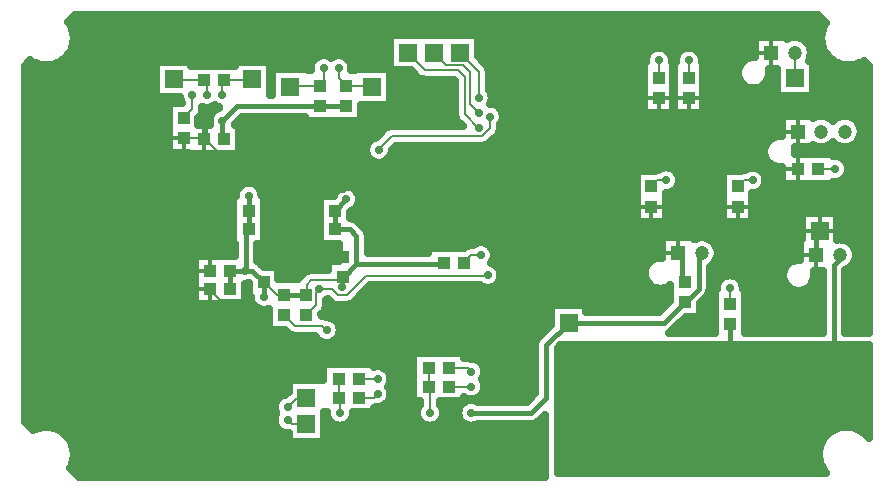
<source format=gbr>
G04 DipTrace 3.2.0.0*
G04 Science_board_v2_Bottom.gbr*
%MOMM*%
G04 #@! TF.FileFunction,Copper,L2,Bot*
G04 #@! TF.Part,Single*
G04 #@! TA.AperFunction,Conductor*
%ADD13C,0.4*%
%ADD14C,0.2*%
G04 #@! TA.AperFunction,CopperBalancing*
%ADD16C,0.635*%
%ADD17C,0.3*%
%ADD18R,1.5X1.5*%
%ADD19R,1.0X1.1*%
%ADD20R,1.1X1.0*%
G04 #@! TA.AperFunction,ComponentPad*
%ADD28R,1.2X1.2*%
%ADD29C,1.2*%
G04 #@! TA.AperFunction,ViaPad*
%ADD47C,0.7*%
%ADD48C,1.6*%
%FSLAX35Y35*%
G04*
G71*
G90*
G75*
G01*
G04 Bottom*
%LPD*%
X6645250Y3714750D2*
D14*
X6645173D1*
Y3498343D1*
X2147500Y1647750D2*
D13*
Y1774750D1*
X2808707Y1729840D2*
Y1808233D1*
X2818737Y1818263D1*
X1861750Y1711250D2*
Y1870000D1*
X1988750D1*
X6096000Y1417500D2*
Y1174750D1*
X5533400D1*
X5501650Y1143000D1*
X7026250Y2000250D2*
Y1968060D1*
X6973470Y1915280D1*
Y1226720D1*
X6889750Y1143000D1*
X5501650D1*
X1798250Y3140000D2*
Y2992500D1*
X1809500Y2981250D1*
X6858000Y1111250D2*
X6508750D1*
X6477000Y1143000D1*
X2846000Y2473250D2*
X2750750Y2378000D1*
X2020500Y2505000D2*
Y2378000D1*
Y2219250D1*
X2623750Y3267000D2*
X1925250D1*
X1798250Y3140000D1*
X2846000Y3267000D2*
X2623750D1*
X2818737Y1818263D2*
D14*
Y1789337D1*
X2549673D1*
X2511523Y1751187D1*
Y1666053D1*
X2508420D1*
D13*
X2317920D1*
D14*
X2256197D1*
X2147500Y1774750D1*
X2818737Y1818263D2*
D13*
Y1811737D1*
X2933030Y1926030D1*
Y2163753D1*
X2877533Y2219250D1*
X2750750D1*
X2020500D2*
X2000250D1*
Y1881500D1*
X1988750Y1870000D1*
X2750750Y2378000D2*
Y2219250D1*
X1988750Y1870000D2*
X2052250D1*
X2147500Y1774750D1*
X6731000Y889000D2*
D14*
X6985000D1*
Y635000D1*
X3670671Y1938878D2*
D13*
Y1926030D1*
X2933030D1*
X5856867Y2018013D2*
X5829773Y1990920D1*
Y1718013D1*
X5719760Y1608000D1*
X5715000D1*
X3544750Y889000D2*
D14*
Y1047750D1*
X2782750Y793750D2*
Y952500D1*
X3556000Y666750D2*
Y877750D1*
X3544750Y889000D1*
X2794000Y666750D2*
Y782500D1*
X2782750Y793750D1*
X4730750Y1428750D2*
D13*
X4540250Y1238250D1*
Y793750D1*
X4413250Y666750D1*
X3905250D1*
X4730750Y1428750D2*
X5535750D1*
X5715000Y1608000D1*
X2508250Y571500D2*
D14*
X2385110D1*
X2349500Y607110D1*
Y603250D1*
X2508250Y793750D2*
X2429266D1*
X2349500Y713984D1*
X1671250Y3358760D2*
Y3448270D1*
X1639500Y3480020D1*
X1394730D1*
X1385500Y3489250D1*
X1798250Y3358760D2*
Y3468770D1*
X1809500Y3480020D1*
X2043020D1*
X2052250Y3489250D1*
X2952750Y952500D2*
X3111500D1*
X2952750Y793750D2*
X3079750D1*
X3111500Y825500D1*
X3714750Y1047750D2*
X3873500D1*
X3905250Y1016000D1*
X3714750Y889000D2*
X3905250D1*
X6826250Y2000250D2*
D13*
Y2175703D1*
X6855200Y2204653D1*
X1671250Y3140000D2*
D14*
Y3013000D1*
X1639500Y2981250D1*
X5656867Y2018013D2*
D13*
X5686313D1*
Y1778000D1*
X5715000D1*
X6667500Y2730500D2*
D14*
Y3048000D1*
X1639500Y2981250D2*
X1654250D1*
X1778000Y2857500D1*
X2095500D1*
X2159000Y2794000D1*
Y2409500D1*
X2190500Y2378000D1*
X1470500Y2991500D2*
X1629250D1*
X1639500Y2981250D1*
X1691750Y1711250D2*
Y1705500D1*
X1778000Y1619250D1*
X2032000D1*
X3492500Y3492500D2*
X3397250D1*
X2603500Y2698750D1*
Y2540000D1*
Y2400750D1*
X2580750Y2378000D1*
X4349750Y3556000D2*
Y3270250D1*
X4032250Y2952750D1*
X3302000D1*
X3079750Y2730500D1*
X3016250D1*
X2825750Y2540000D1*
X2603500D1*
X3164027Y535227D2*
X3908267D1*
Y530563D1*
X2782500Y3584500D2*
Y3500500D1*
X2846000Y3437000D1*
X3057000D1*
X3068250Y3425750D1*
X2655500Y3584500D2*
Y3468750D1*
X2623750Y3437000D1*
X2381000D1*
X2369750Y3425750D1*
X2619957Y1715043D2*
X2627120D1*
X2591233Y1679157D1*
Y1578867D1*
X2508420Y1496053D1*
X2619957Y1715043D2*
X2724717D1*
X2776323Y1663437D1*
X2849213D1*
X3014433Y1828657D1*
X4040600D1*
X4043287Y1831343D1*
X2681347Y1366263D2*
X2676640D1*
X2638100Y1404803D1*
X2409170D1*
X2317920Y1496053D1*
X3987030Y2001789D2*
X3903581D1*
X3840671Y1938878D1*
X1544250Y3358760D2*
Y3235250D1*
X1470500Y3161500D1*
X6096000Y1587500D2*
Y1721613D1*
X6094573D1*
X6286500Y2635250D2*
X6211750D1*
X6159500Y2583000D1*
X5556250Y2635250D2*
X5481500D1*
X5429250Y2583000D1*
X5746750Y3651250D2*
Y3503750D1*
X5492750Y3651250D2*
Y3503750D1*
X6987537Y2731050D2*
X6837500D1*
Y2730500D1*
X3968750Y3333750D2*
Y3556000D1*
X3810000Y3714750D1*
X3968750Y3206750D2*
X3892900Y3282600D1*
Y3549790D1*
X3833947Y3608743D1*
X3687623D1*
X3587750Y3708617D1*
Y3714750D1*
X3968750Y3079750D2*
X3965890D1*
X3850347Y3195293D1*
Y3507533D1*
X3792597Y3565283D1*
X3511990D1*
X3365500Y3711773D1*
Y3714750D1*
X4064000Y3175000D2*
Y3075590D1*
X3998727Y3010317D1*
X3232567D1*
X3122793Y2900543D1*
Y2893267D1*
D47*
X5323697Y2032000D3*
X4603750Y2095500D3*
X3873500D3*
X531853Y1189440D3*
X6094573Y1721613D3*
X1988750Y1870000D3*
X2020500Y2505000D3*
X2147500Y1647750D3*
X2808707Y1729840D3*
X1671250Y3358760D3*
X1798250D3*
X1544250D3*
D48*
X5501650Y1143000D3*
Y889000D3*
X6477000Y1143000D3*
Y889000D3*
Y635000D3*
X6381750Y381000D3*
X6088620D3*
X5802870D3*
X5524500D3*
X5238750D3*
X4984750D3*
Y635000D3*
X5238750D3*
X4984750Y889000D3*
X5238750D3*
Y1143000D3*
X4984750D3*
D47*
X1671250Y3140000D3*
X1798250D3*
X6987537Y2731050D3*
X2655500Y3584500D3*
X2782500D3*
D48*
X5501650Y635000D3*
X4730750Y1143000D3*
Y889000D3*
Y635000D3*
D47*
X2681347Y1366263D3*
X2619957Y1715043D3*
D48*
X4730750Y381000D3*
D47*
X1968500Y3905250D3*
X560000Y3521000D3*
X3968750Y3079750D3*
Y3206750D3*
Y3333750D3*
X4064000Y3175000D3*
X2349500Y603250D3*
Y713984D3*
X2846000Y2473250D3*
X3122793Y2893267D3*
X5746750Y3651250D3*
X5492750D3*
X5556250Y2635250D3*
X6286500D3*
X1143000Y2508250D3*
X2166113Y2523013D3*
X2603500Y1905000D3*
X2127250Y2063750D3*
X2444750Y2381250D3*
X2032000Y1619250D3*
X3492500Y3492500D3*
X4349750Y3556000D3*
X5238750Y3619500D3*
X5937250Y2857500D3*
X5556250D3*
X6826250Y1460500D3*
Y1587500D3*
X7080250D3*
Y1460500D3*
X6699250Y1587500D3*
Y1460500D3*
X7207250Y1587500D3*
Y1460500D3*
X3164027Y535227D3*
X3908267Y530563D3*
X1905000Y254000D3*
X1651000D3*
X1397000D3*
X1143000D3*
X1492250Y1174750D3*
X1714500D3*
X438200Y1952253D3*
X1583803Y2287563D3*
X2230967Y2981310D3*
X3905250Y1016000D3*
Y889000D3*
X3111500Y952500D3*
Y825500D3*
X2794000Y666750D3*
X3556000D3*
X3905250D3*
D48*
X6731000Y889000D3*
Y635000D3*
Y381000D3*
X6985000Y889000D3*
Y635000D3*
D47*
X4043287Y1831343D3*
X2476500Y952500D3*
X3987030Y2001789D3*
X2156112Y2410083D2*
D16*
X2615091D1*
X2156112Y2346917D2*
X2615091D1*
X2156112Y2283750D2*
X2615091D1*
X2156112Y2220583D2*
X2615091D1*
X2156112Y2157417D2*
X2615091D1*
X2100877Y2094250D2*
X2776146D1*
X2100877Y2031083D2*
X2776146D1*
X2100877Y1967917D2*
X2776146D1*
X2157205Y1904750D2*
X2688099D1*
X2151635Y1904040D2*
X2271790D1*
Y1870043D1*
X2525206Y1870000D1*
X2536487Y1872589D1*
X2549699Y1873626D1*
X2694504Y1873627D1*
X2694447Y1947553D1*
X2782585D1*
X2782500Y2095008D1*
X2621460Y2094960D1*
Y2473280D1*
X2149706Y2473250D1*
X2149790Y2094960D1*
X2094465D1*
X2094540Y1954289D1*
X2107672Y1946282D1*
X2118923Y1936673D1*
X2151599Y1903997D1*
X4641896Y1175083D2*
X7264404D1*
X4641896Y1111917D2*
X7264404D1*
X4641896Y1048750D2*
X7264404D1*
X4641896Y985583D2*
X7264404D1*
X4641896Y922417D2*
X7264404D1*
X4641896Y859250D2*
X7264404D1*
X4641896Y796083D2*
X7264404D1*
X4641896Y732917D2*
X7264404D1*
X4641896Y669750D2*
X7264404D1*
X4641896Y606583D2*
X7264404D1*
X4641896Y543417D2*
X7020771D1*
X7139747D2*
X7264404D1*
X4641896Y480250D2*
X6908479D1*
X4641896Y417083D2*
X6864274D1*
X4641896Y353917D2*
X6844677D1*
X4641896Y290750D2*
X6843401D1*
X4641896Y227583D2*
X6859899D1*
X4641896Y164417D2*
X6899456D1*
X6911165Y158776D2*
X6892491Y181085D1*
X6882366Y196237D1*
X6873462Y212136D1*
X6865833Y228686D1*
X6859526Y245782D1*
X6854579Y263321D1*
X6851024Y281194D1*
X6848882Y299291D1*
X6848167Y317500D1*
X6848882Y335709D1*
X6851024Y353806D1*
X6854579Y371679D1*
X6859526Y389218D1*
X6865833Y406314D1*
X6873462Y422864D1*
X6882366Y438763D1*
X6892491Y453915D1*
X6903772Y468226D1*
X6916142Y481608D1*
X6929524Y493978D1*
X6943835Y505259D1*
X6958987Y515384D1*
X6974886Y524288D1*
X6991436Y531917D1*
X7008532Y538224D1*
X7026071Y543171D1*
X7043944Y546726D1*
X7062041Y548868D1*
X7080250Y549583D1*
X7098459Y548868D1*
X7116556Y546726D1*
X7134429Y543171D1*
X7151968Y538224D1*
X7169064Y531917D1*
X7185614Y524288D1*
X7201513Y515384D1*
X7216665Y505259D1*
X7230976Y493978D1*
X7244358Y481608D1*
X7256728Y468226D1*
X7270738Y449831D1*
X7270750Y1238159D1*
X4659544Y1238250D1*
X4635479Y1214275D1*
X4635500Y158841D1*
X6910924Y158750D1*
X504177Y3969083D2*
X6901672D1*
X534437Y3905917D2*
X6872050D1*
X544372Y3842750D2*
X3209901D1*
X3965622D2*
X6304576D1*
X6692250D2*
X6862115D1*
X536807Y3779583D2*
X3209901D1*
X3965622D2*
X6304576D1*
X6769177D2*
X6869680D1*
X509737Y3716417D2*
X3209901D1*
X3965622D2*
X5398677D1*
X5586833D2*
X5652701D1*
X5840857D2*
X6304576D1*
X6785857D2*
X6896750D1*
X452133Y3653250D2*
X2564224D1*
X2873786D2*
X3209901D1*
X3997067D2*
X5377167D1*
X5608343D2*
X5631099D1*
X5862367D2*
X6213612D1*
X6771000D2*
X6954354D1*
X133396Y3590083D2*
X1229849D1*
X2207875D2*
X2539979D1*
X2898031D2*
X3209901D1*
X4052211D2*
X5362128D1*
X5877406D2*
X6164849D1*
X6800804D2*
X7264433D1*
X133396Y3526917D2*
X1229849D1*
X3223877D2*
X3424823D1*
X4059411D2*
X5362128D1*
X5877406D2*
X6158013D1*
X6432484D2*
X6489511D1*
X6800804D2*
X7264433D1*
X133396Y3463750D2*
X1229849D1*
X3223877D2*
X3759693D1*
X4059411D2*
X5362128D1*
X5877406D2*
X6184537D1*
X6405961D2*
X6489511D1*
X6800804D2*
X7264433D1*
X133396Y3400583D2*
X1229849D1*
X3223877D2*
X3759693D1*
X4061599D2*
X5362128D1*
X5877406D2*
X6489511D1*
X6800804D2*
X7264433D1*
X133396Y3337417D2*
X1430735D1*
X3223877D2*
X3759693D1*
X4084294D2*
X5362128D1*
X5877406D2*
X7264433D1*
X133396Y3274250D2*
X1339862D1*
X2976599D2*
X3759693D1*
X4116104D2*
X5362128D1*
X5877406D2*
X7264433D1*
X133396Y3211083D2*
X1339862D1*
X1631377D2*
X1708912D1*
X2976599D2*
X3759693D1*
X4173526D2*
X5362128D1*
X5877406D2*
X7264433D1*
X133396Y3147917D2*
X1339862D1*
X1601117D2*
X1682935D1*
X1945830D2*
X2493130D1*
X2976599D2*
X3774276D1*
X4176260D2*
X6526880D1*
X7163565D2*
X7264433D1*
X133396Y3084750D2*
X1339862D1*
X1945101D2*
X3186659D1*
X4154659D2*
X6526880D1*
X7203031D2*
X7264433D1*
X133396Y3021583D2*
X1339862D1*
X1945101D2*
X3118300D1*
X4135062D2*
X6526880D1*
X7205492D2*
X7264433D1*
X133396Y2958417D2*
X1339862D1*
X1945101D2*
X3028703D1*
X4072354D2*
X6406386D1*
X7173864D2*
X7264433D1*
X133396Y2895250D2*
X1339862D1*
X1945101D2*
X3007193D1*
X3243018D2*
X6380227D1*
X6654789D2*
X7264433D1*
X133396Y2832083D2*
X3025878D1*
X3219685D2*
X6387336D1*
X7035596D2*
X7264433D1*
X133396Y2768917D2*
X6436646D1*
X7096390D2*
X7264433D1*
X133396Y2705750D2*
X5298599D1*
X5646078D2*
X6028860D1*
X6376338D2*
X6531893D1*
X7100218D2*
X7264433D1*
X133396Y2642583D2*
X5298599D1*
X5671599D2*
X6028860D1*
X6401859D2*
X6531893D1*
X7058018D2*
X7264433D1*
X133396Y2579417D2*
X1934133D1*
X2106885D2*
X2813690D1*
X2878252D2*
X5298599D1*
X5656560D2*
X6028860D1*
X6386820D2*
X7264433D1*
X133396Y2516250D2*
X1905422D1*
X2135596D2*
X2739133D1*
X2952810D2*
X5298599D1*
X5559854D2*
X6028860D1*
X6290114D2*
X7264433D1*
X133396Y2453083D2*
X1884823D1*
X2326182D2*
X2445097D1*
X2959737D2*
X5298599D1*
X5559854D2*
X6028860D1*
X6290114D2*
X7264433D1*
X133396Y2389917D2*
X1884823D1*
X2326182D2*
X2445097D1*
X2923096D2*
X5298599D1*
X5559854D2*
X6028860D1*
X6290114D2*
X7264433D1*
X133396Y2326750D2*
X1884823D1*
X2326182D2*
X2445097D1*
X2886364D2*
X5298599D1*
X5559854D2*
X6028860D1*
X6290114D2*
X6699602D1*
X7010804D2*
X7264433D1*
X133396Y2263583D2*
X1884823D1*
X2326182D2*
X2445097D1*
X2972862D2*
X6699602D1*
X7010804D2*
X7264433D1*
X133396Y2200417D2*
X1884823D1*
X2326182D2*
X2445097D1*
X3026273D2*
X6699602D1*
X7010804D2*
X7264433D1*
X133396Y2137250D2*
X1884823D1*
X2326182D2*
X2445097D1*
X3033656D2*
X5516255D1*
X5924984D2*
X6699602D1*
X7010804D2*
X7264433D1*
X133396Y2074083D2*
X1899589D1*
X2100870D2*
X2688091D1*
X3033656D2*
X3853847D1*
X4075362D2*
X5516255D1*
X5985232D2*
X6685565D1*
X7144789D2*
X7264433D1*
X133396Y2010917D2*
X1899589D1*
X2278148D2*
X2688091D1*
X4102250D2*
X5516255D1*
X5997354D2*
X6685565D1*
X7166482D2*
X7264433D1*
X133396Y1947750D2*
X1556151D1*
X2278148D2*
X2688091D1*
X4088396D2*
X5413899D1*
X5977666D2*
X6609550D1*
X7156182D2*
X7264433D1*
X133396Y1884583D2*
X1556151D1*
X2278148D2*
X2688091D1*
X4145088D2*
X5373612D1*
X5930453D2*
X6549485D1*
X7100857D2*
X7264433D1*
X133396Y1821417D2*
X1556151D1*
X2278148D2*
X2456216D1*
X4158487D2*
X5371151D1*
X5930453D2*
X6043716D1*
X6145466D2*
X6538091D1*
X6814385D2*
X6872870D1*
X7074151D2*
X7264433D1*
X133396Y1758250D2*
X1556151D1*
X1997419D2*
X2016893D1*
X4130870D2*
X5403599D1*
X5930453D2*
X5985292D1*
X6203890D2*
X6559146D1*
X6793330D2*
X6872870D1*
X7074151D2*
X7264433D1*
X133396Y1695083D2*
X1556151D1*
X1997419D2*
X2016893D1*
X3006403D2*
X5584341D1*
X5927627D2*
X5965331D1*
X6226677D2*
X6872870D1*
X7074151D2*
X7264433D1*
X133396Y1631917D2*
X1556151D1*
X1997419D2*
X2033026D1*
X2943239D2*
X5584341D1*
X5883330D2*
X5965331D1*
X6226677D2*
X6872870D1*
X7074151D2*
X7264433D1*
X133396Y1568750D2*
X2065657D1*
X2681286D2*
X4575084D1*
X4886377D2*
X5536034D1*
X5845596D2*
X5965331D1*
X6226677D2*
X6872870D1*
X7074151D2*
X7264433D1*
X133396Y1505583D2*
X2187245D1*
X2643461D2*
X4575084D1*
X5845596D2*
X5965331D1*
X6226677D2*
X6872870D1*
X7074151D2*
X7264433D1*
X133396Y1442417D2*
X2187245D1*
X2766052D2*
X4575084D1*
X5689099D2*
X5965331D1*
X6226677D2*
X6872870D1*
X7074151D2*
X7264433D1*
X133396Y1379250D2*
X2187245D1*
X2796221D2*
X4541542D1*
X5625935D2*
X5965331D1*
X6226677D2*
X6872870D1*
X7074151D2*
X7264433D1*
X133396Y1316083D2*
X2577896D1*
X2784828D2*
X4478378D1*
X133396Y1252917D2*
X4440735D1*
X133396Y1189750D2*
X4439641D1*
X133396Y1126583D2*
X3409146D1*
X3909659D2*
X4439641D1*
X133396Y1063417D2*
X2647076D1*
X3088435D2*
X3409146D1*
X4010101D2*
X4439641D1*
X133396Y1000250D2*
X2647076D1*
X3216130D2*
X3409146D1*
X4019763D2*
X4439641D1*
X133396Y937083D2*
X2352584D1*
X3226065D2*
X3409146D1*
X4009737D2*
X4439641D1*
X133396Y873917D2*
X2352584D1*
X3215857D2*
X3409146D1*
X4019854D2*
X4439641D1*
X133396Y810750D2*
X2292336D1*
X3226156D2*
X3409146D1*
X3987862D2*
X4417584D1*
X133396Y747583D2*
X2239198D1*
X3194528D2*
X3465383D1*
X3646612D2*
X3825318D1*
X133396Y684417D2*
X2237922D1*
X3088435D2*
X3441776D1*
X3670218D2*
X3791047D1*
X133396Y621250D2*
X2235370D1*
X2663877D2*
X2688274D1*
X2899763D2*
X3450253D1*
X3661742D2*
X3799524D1*
X159919Y558083D2*
X2243664D1*
X2663877D2*
X2775956D1*
X2812030D2*
X3538026D1*
X3573972D2*
X3887206D1*
X3923251D2*
X4523130D1*
X458057Y494917D2*
X2328703D1*
X2663877D2*
X4523130D1*
X512471Y431750D2*
X2352584D1*
X2663877D2*
X4523130D1*
X537992Y368583D2*
X4523130D1*
X544281Y305417D2*
X4523130D1*
X532979Y242250D2*
X4523130D1*
X538903Y179083D2*
X4523130D1*
X6761573Y3647633D2*
X6794463D1*
Y3349053D1*
X6495883D1*
X6495540Y3580460D1*
X6422423D1*
X6425707Y3565412D1*
X6427333Y3544750D1*
X6425707Y3524088D1*
X6420869Y3503934D1*
X6412937Y3484785D1*
X6402108Y3467113D1*
X6388647Y3451353D1*
X6372887Y3437892D1*
X6355215Y3427063D1*
X6336066Y3419131D1*
X6315912Y3414293D1*
X6295250Y3412667D1*
X6274588Y3414293D1*
X6254434Y3419131D1*
X6235285Y3427063D1*
X6217613Y3437892D1*
X6201853Y3451353D1*
X6188392Y3467113D1*
X6177563Y3484785D1*
X6169631Y3503934D1*
X6164793Y3524088D1*
X6163167Y3544750D1*
X6164793Y3565412D1*
X6169631Y3585566D1*
X6177563Y3604715D1*
X6188392Y3622387D1*
X6201853Y3638147D1*
X6217613Y3651608D1*
X6235285Y3662437D1*
X6254434Y3670369D1*
X6274588Y3675207D1*
X6295250Y3676833D1*
X6310964Y3675793D1*
X6310960Y3849040D1*
X6579540D1*
Y3831850D1*
X6593859Y3838818D1*
X6613901Y3845330D1*
X6634714Y3848626D1*
X6655786D1*
X6676599Y3845330D1*
X6696641Y3838818D1*
X6715416Y3829251D1*
X6732464Y3816865D1*
X6747365Y3801964D1*
X6759751Y3784916D1*
X6769318Y3766141D1*
X6775830Y3746099D1*
X6779126Y3725286D1*
Y3704214D1*
X6775830Y3683401D1*
X6769318Y3663359D1*
X6761462Y3647638D1*
X4604793Y1578040D2*
X4880040D1*
Y1523079D1*
X5496648Y1523040D1*
X5590694Y1617040D1*
X5590710Y1745962D1*
X5575880Y1735394D1*
X5557413Y1725984D1*
X5537701Y1719579D1*
X5517230Y1716337D1*
X5496504D1*
X5476032Y1719579D1*
X5456321Y1725984D1*
X5437853Y1735394D1*
X5421085Y1747576D1*
X5406430Y1762232D1*
X5394247Y1779000D1*
X5384838Y1797467D1*
X5378433Y1817179D1*
X5375191Y1837650D1*
Y1858376D1*
X5378433Y1878848D1*
X5384838Y1898559D1*
X5394247Y1917027D1*
X5406430Y1933795D1*
X5421085Y1948450D1*
X5437853Y1960633D1*
X5456321Y1970042D1*
X5476032Y1976447D1*
X5496504Y1979689D1*
X5517230D1*
X5522581Y1979056D1*
X5522577Y2152303D1*
X5791157D1*
Y2135113D1*
X5805476Y2142081D1*
X5825517Y2148593D1*
X5846330Y2151889D1*
X5867403D1*
X5888216Y2148593D1*
X5908257Y2142081D1*
X5927033Y2132514D1*
X5944081Y2120128D1*
X5958982Y2105228D1*
X5971368Y2088180D1*
X5980934Y2069404D1*
X5987446Y2049363D1*
X5990743Y2028550D1*
Y2007477D1*
X5987446Y1986664D1*
X5980934Y1966623D1*
X5971368Y1947847D1*
X5958982Y1930799D1*
X5944081Y1915898D1*
X5927033Y1903512D1*
X5924050Y1901842D1*
X5923773Y1710615D1*
X5921458Y1696002D1*
X5916886Y1681930D1*
X5910169Y1668747D1*
X5901472Y1656777D1*
X5839280Y1594173D1*
X5839290Y1478710D1*
X5719069D1*
X5596987Y1357051D1*
X5585017Y1348354D1*
X5578531Y1344725D1*
X5630417Y1344290D1*
X5971758D1*
X5971711Y1716789D1*
X5985474D1*
X5985620Y1730188D1*
X5988303Y1747127D1*
X5993603Y1763437D1*
X6001388Y1778717D1*
X6011469Y1792592D1*
X6023595Y1804718D1*
X6037469Y1814798D1*
X6052750Y1822584D1*
X6069060Y1827884D1*
X6085999Y1830566D1*
X6103148D1*
X6120087Y1827884D1*
X6136397Y1822584D1*
X6151677Y1814798D1*
X6165552Y1804718D1*
X6177678Y1792592D1*
X6187758Y1778717D1*
X6195544Y1763437D1*
X6200844Y1747127D1*
X6203526Y1730188D1*
X6203673Y1716757D1*
X6220291Y1716789D1*
Y1344355D1*
X6879206Y1344290D1*
X6879180Y1865926D1*
X6803423Y1865960D1*
X6806707Y1850912D1*
X6808333Y1830250D1*
X6806707Y1809588D1*
X6801869Y1789434D1*
X6793937Y1770285D1*
X6783108Y1752613D1*
X6769647Y1736853D1*
X6753887Y1723392D1*
X6736215Y1712563D1*
X6717066Y1704631D1*
X6696912Y1699793D1*
X6676250Y1698167D1*
X6655588Y1699793D1*
X6635434Y1704631D1*
X6616285Y1712563D1*
X6598613Y1723392D1*
X6582853Y1736853D1*
X6569392Y1752613D1*
X6558563Y1770285D1*
X6550631Y1789434D1*
X6545793Y1809588D1*
X6544167Y1830250D1*
X6545793Y1850912D1*
X6550631Y1871066D1*
X6558563Y1890215D1*
X6569392Y1907887D1*
X6582853Y1923647D1*
X6598613Y1937108D1*
X6616285Y1947937D1*
X6635434Y1955869D1*
X6655588Y1960707D1*
X6676250Y1962333D1*
X6691964Y1961293D1*
X6691960Y2134540D1*
X6705910Y2134696D1*
Y2353943D1*
X7004490D1*
Y2132769D1*
X7026250Y2134540D1*
X7047258Y2132887D1*
X7067748Y2127967D1*
X7087216Y2119903D1*
X7105184Y2108893D1*
X7121207Y2095207D1*
X7134893Y2079184D1*
X7145903Y2061216D1*
X7153967Y2041748D1*
X7158887Y2021258D1*
X7160540Y2000250D1*
X7158887Y1979242D1*
X7153967Y1958752D1*
X7145903Y1939284D1*
X7134893Y1921316D1*
X7121207Y1905293D1*
X7105184Y1891607D1*
X7087216Y1880597D1*
X7067787Y1872547D1*
X7067760Y1344251D1*
X7270768Y1344290D1*
X7270750Y3606320D1*
X7230745Y3646353D1*
X7205864Y3631712D1*
X7189314Y3624083D1*
X7172218Y3617776D1*
X7154679Y3612829D1*
X7136806Y3609274D1*
X7118709Y3607132D1*
X7100500Y3606417D1*
X7082291Y3607132D1*
X7064194Y3609274D1*
X7046321Y3612829D1*
X7028782Y3617776D1*
X7011686Y3624083D1*
X6995136Y3631712D1*
X6979237Y3640616D1*
X6964085Y3650741D1*
X6949774Y3662022D1*
X6936392Y3674392D1*
X6924022Y3687774D1*
X6912741Y3702085D1*
X6902616Y3717237D1*
X6893712Y3733136D1*
X6886083Y3749686D1*
X6879776Y3766782D1*
X6874829Y3784321D1*
X6871274Y3802194D1*
X6869132Y3820291D1*
X6868417Y3838500D1*
X6869132Y3856709D1*
X6871274Y3874806D1*
X6874829Y3892679D1*
X6879776Y3910218D1*
X6886083Y3927314D1*
X6893712Y3943864D1*
X6908509Y3968582D1*
X6844826Y4032272D1*
X552938Y4032250D1*
X494464Y3973812D1*
X503884Y3959763D1*
X512788Y3943864D1*
X520417Y3927314D1*
X526724Y3910218D1*
X531671Y3892679D1*
X535226Y3874806D1*
X537368Y3856709D1*
X538083Y3838500D1*
X537368Y3820291D1*
X535226Y3802194D1*
X531671Y3784321D1*
X526724Y3766782D1*
X520417Y3749686D1*
X512788Y3733136D1*
X503884Y3717237D1*
X493759Y3702085D1*
X482478Y3687774D1*
X470108Y3674392D1*
X456726Y3662022D1*
X442415Y3650741D1*
X427263Y3640616D1*
X411364Y3631712D1*
X394814Y3624083D1*
X377718Y3617776D1*
X360179Y3612829D1*
X342306Y3609274D1*
X324209Y3607132D1*
X306000Y3606417D1*
X287791Y3607132D1*
X269694Y3609274D1*
X251821Y3612829D1*
X234282Y3617776D1*
X217186Y3624083D1*
X200636Y3631712D1*
X184737Y3640616D1*
X170709Y3649989D1*
X126978Y3606326D1*
X127000Y584620D1*
X194074Y517578D1*
X217186Y528667D1*
X234282Y534974D1*
X251821Y539921D1*
X269694Y543476D1*
X287791Y545618D1*
X306000Y546333D1*
X324209Y545618D1*
X342306Y543476D1*
X360179Y539921D1*
X377718Y534974D1*
X394814Y528667D1*
X411364Y521038D1*
X427263Y512134D1*
X442415Y502009D1*
X456726Y490728D1*
X470108Y478358D1*
X482478Y464976D1*
X493759Y450665D1*
X503884Y435513D1*
X512788Y419614D1*
X520417Y403064D1*
X526724Y385968D1*
X531671Y368429D1*
X535226Y350556D1*
X537368Y332459D1*
X538083Y314250D1*
X537368Y296041D1*
X535226Y277944D1*
X531671Y260071D1*
X526724Y242532D1*
X520417Y225436D1*
X509205Y202489D1*
X584639Y127012D1*
X4529508Y127000D1*
X4529460Y649539D1*
X4474487Y595051D1*
X4462516Y586354D1*
X4449333Y579637D1*
X4435262Y575065D1*
X4420648Y572750D1*
X4296583Y572460D1*
X3960529D1*
X3947073Y565779D1*
X3930763Y560480D1*
X3913825Y557797D1*
X3896675D1*
X3879737Y560480D1*
X3863427Y565779D1*
X3848146Y573565D1*
X3834272Y583645D1*
X3822145Y595772D1*
X3812065Y609646D1*
X3804279Y624927D1*
X3798980Y641237D1*
X3796297Y658175D1*
Y675325D1*
X3798980Y692263D1*
X3804279Y708573D1*
X3812065Y723854D1*
X3822145Y737728D1*
X3834272Y749855D1*
X3848146Y759935D1*
X3863427Y767721D1*
X3879737Y773020D1*
X3896675Y775703D1*
X3913825D1*
X3930763Y773020D1*
X3947073Y767721D1*
X3960394Y761032D1*
X4374195Y761040D1*
X4446023Y832869D1*
X4446251Y1245648D1*
X4448565Y1260262D1*
X4453137Y1274333D1*
X4459854Y1287516D1*
X4468551Y1299487D1*
X4556073Y1387419D1*
X4581401Y1412748D1*
X4581460Y1578040D1*
X4604793D1*
X2657540Y644501D2*
Y422210D1*
X2358960D1*
Y491390D1*
X2349500Y493960D1*
X2332403Y495306D1*
X2315728Y499309D1*
X2299883Y505872D1*
X2285261Y514833D1*
X2272220Y525970D1*
X2261083Y539011D1*
X2252122Y553633D1*
X2245559Y569478D1*
X2241556Y586153D1*
X2240210Y603250D1*
X2241556Y620347D1*
X2245559Y637022D1*
X2252122Y652867D1*
X2255316Y658570D1*
X2248529Y672160D1*
X2243230Y688470D1*
X2240547Y705409D1*
Y722558D1*
X2243230Y739497D1*
X2248529Y755807D1*
X2256315Y771087D1*
X2266395Y784962D1*
X2278522Y797088D1*
X2292396Y807169D1*
X2307677Y814954D1*
X2323987Y820254D1*
X2339028Y822712D1*
X2358960Y842648D1*
Y943040D1*
X2653403D1*
X2653461Y1076789D1*
X3082041D1*
Y1057740D1*
X3094403Y1060444D1*
X3111500Y1061790D1*
X3128597Y1060444D1*
X3145272Y1056441D1*
X3161117Y1049878D1*
X3175739Y1040917D1*
X3188780Y1029780D1*
X3199917Y1016739D1*
X3208878Y1002117D1*
X3215441Y986272D1*
X3219444Y969597D1*
X3220790Y952500D1*
X3219444Y935403D1*
X3215441Y918728D1*
X3208878Y902883D1*
X3200420Y889013D1*
X3208878Y875117D1*
X3215441Y859272D1*
X3219444Y842597D1*
X3220790Y825500D1*
X3219444Y808403D1*
X3215441Y791728D1*
X3208878Y775883D1*
X3199917Y761261D1*
X3188780Y748220D1*
X3175739Y737083D1*
X3161117Y728122D1*
X3145272Y721559D1*
X3128597Y717556D1*
X3112940Y716267D1*
X3099427Y711789D1*
X3086337Y709719D1*
X3082041Y708039D1*
Y669459D1*
X2903200D1*
X2902953Y658175D1*
X2900270Y641237D1*
X2894971Y624927D1*
X2887185Y609646D1*
X2877105Y595772D1*
X2864978Y583645D1*
X2851104Y573565D1*
X2835823Y565779D1*
X2819513Y560480D1*
X2802575Y557797D1*
X2785425D1*
X2768487Y560480D1*
X2752177Y565779D1*
X2736896Y573565D1*
X2723022Y583645D1*
X2710895Y595772D1*
X2700815Y609646D1*
X2693029Y624927D1*
X2687730Y641237D1*
X2685047Y658175D1*
X2684817Y669463D1*
X2657470Y669459D1*
X2657449Y644460D1*
X2271790Y1815537D2*
Y1795303D1*
X2439638Y1795343D1*
X2447428Y1805929D1*
X2490071Y1848939D1*
X2500129Y1857529D1*
X2511406Y1864440D1*
X2523626Y1869502D1*
X2536487Y1872589D1*
X2549699Y1873626D1*
X2694504Y1873627D1*
X2694447Y2094950D1*
X2451461Y2094959D1*
X2451460Y2502290D1*
X2740588Y2502289D1*
X2745029Y2515073D1*
X2752815Y2530354D1*
X2762895Y2544228D1*
X2775022Y2556355D1*
X2788896Y2566435D1*
X2804177Y2574221D1*
X2820487Y2579520D1*
X2837425Y2582203D1*
X2854575D1*
X2871513Y2579520D1*
X2887823Y2574221D1*
X2903104Y2566435D1*
X2916978Y2556355D1*
X2929105Y2544228D1*
X2939185Y2530354D1*
X2946971Y2515073D1*
X2952270Y2498763D1*
X2954953Y2481825D1*
Y2464675D1*
X2952270Y2447737D1*
X2946971Y2431427D1*
X2939185Y2416146D1*
X2929105Y2402272D1*
X2916978Y2390145D1*
X2903104Y2380065D1*
X2887823Y2372279D1*
X2880056Y2369413D1*
X2880041Y2313552D1*
X2892284Y2312379D1*
X2906671Y2308925D1*
X2920340Y2303263D1*
X2932956Y2295532D1*
X2944226Y2285902D1*
X3004729Y2224990D1*
X3013426Y2213020D1*
X3020143Y2199837D1*
X3024715Y2185765D1*
X3027029Y2171151D1*
X3027320Y2047087D1*
Y2020381D1*
X3541428Y2020320D1*
X3541381Y2063168D1*
X3845821D1*
X3854037Y2069981D1*
X3865314Y2076892D1*
X3877534Y2081953D1*
X3890395Y2085041D1*
X3903607Y2086078D1*
X3922791Y2090206D1*
X3937413Y2099167D1*
X3953257Y2105730D1*
X3969933Y2109733D1*
X3987030Y2111079D1*
X4004126Y2109733D1*
X4020802Y2105730D1*
X4036646Y2099167D1*
X4051269Y2090206D1*
X4064309Y2079068D1*
X4075447Y2066028D1*
X4084408Y2051405D1*
X4090971Y2035561D1*
X4094974Y2018885D1*
X4096320Y2001789D1*
X4094974Y1984692D1*
X4090971Y1968016D1*
X4084408Y1952172D1*
X4074347Y1936154D1*
X4092903Y1928721D1*
X4107526Y1919761D1*
X4120566Y1908623D1*
X4131704Y1895582D1*
X4140665Y1880960D1*
X4147228Y1865116D1*
X4151231Y1848440D1*
X4152577Y1831343D1*
X4151231Y1814247D1*
X4147228Y1797571D1*
X4140665Y1781727D1*
X4131704Y1767104D1*
X4120566Y1754064D1*
X4107526Y1742926D1*
X4092903Y1733965D1*
X4077059Y1727402D1*
X4060383Y1723399D1*
X4043287Y1722053D1*
X4026190Y1723399D1*
X4009514Y1727402D1*
X3993670Y1733965D1*
X3977231Y1744358D1*
X3049389Y1744367D1*
X2903955Y1599342D1*
X2893255Y1591568D1*
X2881470Y1585563D1*
X2868890Y1581476D1*
X2855827Y1579406D1*
X2776323Y1579147D1*
X2763137Y1580184D1*
X2750276Y1583272D1*
X2738056Y1588334D1*
X2726779Y1595245D1*
X2716704Y1603854D1*
X2689846Y1630710D1*
X2675510Y1620990D1*
X2675264Y1572253D1*
X2673194Y1559190D1*
X2669107Y1546610D1*
X2663102Y1534825D1*
X2655328Y1524125D1*
X2632725Y1501154D1*
X2638100Y1489094D1*
X2651286Y1488056D1*
X2664147Y1484968D1*
X2676367Y1479906D1*
X2682163Y1476658D1*
X2706860Y1472534D1*
X2723170Y1467234D1*
X2738451Y1459448D1*
X2752325Y1449368D1*
X2764451Y1437242D1*
X2774532Y1423367D1*
X2782317Y1408087D1*
X2787617Y1391777D1*
X2790300Y1374838D1*
Y1357689D1*
X2787617Y1340750D1*
X2782317Y1324440D1*
X2774532Y1309159D1*
X2764451Y1295285D1*
X2752325Y1283159D1*
X2738451Y1273078D1*
X2723170Y1265293D1*
X2706860Y1259993D1*
X2689921Y1257310D1*
X2672772D1*
X2655833Y1259993D1*
X2639523Y1265293D1*
X2624243Y1273078D1*
X2610368Y1283159D1*
X2598242Y1295285D1*
X2588162Y1309159D1*
X2582186Y1320513D1*
X2402557Y1320773D1*
X2389493Y1322842D1*
X2376914Y1326929D1*
X2365128Y1332934D1*
X2354428Y1340709D1*
X2327977Y1366792D1*
X2193630Y1366763D1*
Y1548599D1*
X2181272Y1543809D1*
X2164597Y1539806D1*
X2147500Y1538460D1*
X2130403Y1539806D1*
X2113728Y1543809D1*
X2097883Y1550372D1*
X2083261Y1559333D1*
X2070220Y1570470D1*
X2059083Y1583511D1*
X2050122Y1598133D1*
X2043559Y1613978D1*
X2039556Y1630653D1*
X2038301Y1645439D1*
X2023210Y1645460D1*
Y1765681D1*
X2014263Y1763730D1*
X1997325Y1761047D1*
X1991061Y1760801D1*
X1991040Y1586960D1*
X1562461Y1586959D1*
Y1994289D1*
X1905911D1*
X1905960Y2094872D1*
X1891211Y2094959D1*
X1891210Y2502290D1*
X1911171D1*
X1912556Y2522097D1*
X1916559Y2538772D1*
X1923122Y2554617D1*
X1932083Y2569239D1*
X1943220Y2582280D1*
X1956261Y2593417D1*
X1970883Y2602378D1*
X1986728Y2608941D1*
X2003403Y2612944D1*
X2020500Y2614290D1*
X2037597Y2612944D1*
X2054272Y2608941D1*
X2070117Y2602378D1*
X2084739Y2593417D1*
X2097780Y2582280D1*
X2108917Y2569239D1*
X2117878Y2554617D1*
X2124441Y2538772D1*
X2128444Y2522097D1*
X2129790Y2505000D1*
X2129683Y2502287D1*
X2319790Y2502290D1*
X2319791Y2094959D1*
X2094533D1*
X2094540Y2074055D1*
X2271790Y2074040D1*
X2271772Y1815460D1*
X1594775Y3105540D2*
X1694525D1*
X1690306Y3122903D1*
X1688960Y3140000D1*
X1690306Y3157097D1*
X1694309Y3173772D1*
X1700872Y3189617D1*
X1709833Y3204239D1*
X1720970Y3217280D1*
X1734011Y3228417D1*
X1748633Y3237378D1*
X1764478Y3243941D1*
X1770575Y3245661D1*
X1772737Y3252490D1*
X1756427Y3257789D1*
X1741146Y3265575D1*
X1734763Y3269840D1*
X1720867Y3261382D1*
X1705022Y3254819D1*
X1688347Y3250816D1*
X1671250Y3249470D1*
X1654153Y3250816D1*
X1637478Y3254819D1*
X1628544Y3258196D1*
X1628280Y3228637D1*
X1626211Y3215573D1*
X1622124Y3202993D1*
X1616119Y3191208D1*
X1608345Y3180508D1*
X1594765Y3166560D1*
X1594791Y3105532D1*
X1680215Y2856960D2*
X1510210D1*
Y2862192D1*
X1346211Y2862209D1*
Y3290789D1*
X1458593D1*
X1451065Y3301656D1*
X1443279Y3316937D1*
X1437980Y3333247D1*
X1436639Y3339987D1*
X1236210Y3339960D1*
Y3638540D1*
X1534790D1*
Y3604360D1*
X1902880Y3604309D1*
X1902960Y3638540D1*
X2201540D1*
Y3361365D1*
X2220471Y3361290D1*
X2220460Y3575040D1*
X2519040D1*
Y3566199D1*
X2547676Y3566290D1*
X2546210Y3584500D1*
X2547556Y3601597D1*
X2551559Y3618272D1*
X2558122Y3634117D1*
X2567083Y3648739D1*
X2578220Y3661780D1*
X2591261Y3672917D1*
X2605883Y3681878D1*
X2621728Y3688441D1*
X2638403Y3692444D1*
X2655500Y3693790D1*
X2672597Y3692444D1*
X2689272Y3688441D1*
X2705117Y3681878D1*
X2718987Y3673420D1*
X2732883Y3681878D1*
X2748728Y3688441D1*
X2765403Y3692444D1*
X2782500Y3693790D1*
X2799597Y3692444D1*
X2816272Y3688441D1*
X2832117Y3681878D1*
X2846739Y3672917D1*
X2859780Y3661780D1*
X2870917Y3648739D1*
X2879878Y3634117D1*
X2886441Y3618272D1*
X2890444Y3601597D1*
X2891790Y3584500D1*
X2890229Y3566318D1*
X2919041Y3566290D1*
X2918960Y3575040D1*
X3216161D1*
X3216210Y3864040D1*
X3959290D1*
Y3684574D1*
X4032845Y3610742D1*
X4040619Y3600041D1*
X4046624Y3588256D1*
X4050711Y3575677D1*
X4052780Y3562613D1*
X4053040Y3403331D1*
X4061935Y3390854D1*
X4069721Y3375573D1*
X4075020Y3359263D1*
X4077703Y3342325D1*
Y3325175D1*
X4075020Y3308237D1*
X4069721Y3291927D1*
X4066198Y3284286D1*
X4081097Y3282944D1*
X4097772Y3278941D1*
X4113617Y3272378D1*
X4128239Y3263417D1*
X4141280Y3252280D1*
X4152417Y3239239D1*
X4161378Y3224617D1*
X4167941Y3208772D1*
X4171944Y3192097D1*
X4173290Y3175000D1*
X4171944Y3157903D1*
X4167941Y3141228D1*
X4161378Y3125383D1*
X4152417Y3110761D1*
X4148290Y3105000D1*
X4148031Y3068977D1*
X4145961Y3055913D1*
X4141874Y3043333D1*
X4135869Y3031548D1*
X4128095Y3020848D1*
X4058329Y2950715D1*
X4048271Y2942125D1*
X4036994Y2935214D1*
X4024774Y2930152D1*
X4011913Y2927064D1*
X3998727Y2926027D1*
X3267464D1*
X3232037Y2890583D1*
X3230738Y2876170D1*
X3226734Y2859494D1*
X3220171Y2843650D1*
X3211211Y2829028D1*
X3200073Y2815987D1*
X3187032Y2804849D1*
X3172410Y2795889D1*
X3156566Y2789326D1*
X3139890Y2785322D1*
X3122793Y2783977D1*
X3105697Y2785322D1*
X3089021Y2789326D1*
X3073177Y2795889D1*
X3058554Y2804849D1*
X3045514Y2815987D1*
X3034376Y2829028D1*
X3025415Y2843650D1*
X3018852Y2859494D1*
X3014849Y2876170D1*
X3013503Y2893267D1*
X3014849Y2910363D1*
X3018852Y2927039D1*
X3025415Y2942883D1*
X3034376Y2957506D1*
X3045514Y2970546D1*
X3058554Y2981684D1*
X3073177Y2990645D1*
X3089021Y2997208D1*
X3103888Y3000851D1*
X3177825Y3074411D1*
X3188525Y3082186D1*
X3200310Y3088191D1*
X3212890Y3092278D1*
X3225953Y3094347D1*
X3395900Y3094607D1*
X3831851D1*
X3786252Y3140551D1*
X3778477Y3151252D1*
X3772473Y3163037D1*
X3768385Y3175616D1*
X3766316Y3188680D1*
X3766056Y3358627D1*
Y3472650D1*
X3757682Y3480994D1*
X3505377Y3481253D1*
X3492313Y3483322D1*
X3479733Y3487409D1*
X3467948Y3493414D1*
X3457248Y3501188D1*
X3392643Y3565426D1*
X3217589Y3565460D1*
X3217540Y3276460D1*
X2970262D1*
X2970290Y3137710D1*
X2499460D1*
Y3172801D1*
X1964310Y3172710D1*
X1903949Y3112353D1*
X1901947Y3105567D1*
X1938790Y3105540D1*
Y2856960D1*
X1680210Y2857051D1*
X6537877Y3182290D2*
X6801790D1*
Y3165099D1*
X6816109Y3172068D1*
X6836151Y3178580D1*
X6856964Y3181876D1*
X6878036D1*
X6898849Y3178580D1*
X6918891Y3172068D1*
X6937666Y3162501D1*
X6954714Y3150115D1*
X6967462Y3137543D1*
X6980286Y3150115D1*
X6997334Y3162501D1*
X7016109Y3172068D1*
X7036151Y3178580D1*
X7056964Y3181876D1*
X7078036D1*
X7098849Y3178580D1*
X7118891Y3172068D1*
X7137666Y3162501D1*
X7154714Y3150115D1*
X7169615Y3135214D1*
X7182001Y3118166D1*
X7191568Y3099391D1*
X7198080Y3079349D1*
X7201376Y3058536D1*
Y3037464D1*
X7198080Y3016651D1*
X7191568Y2996609D1*
X7182001Y2977834D1*
X7169615Y2960786D1*
X7154714Y2945885D1*
X7137666Y2933499D1*
X7118891Y2923932D1*
X7098849Y2917420D1*
X7078036Y2914124D1*
X7056964D1*
X7036151Y2917420D1*
X7016109Y2923932D1*
X6997334Y2933499D1*
X6980286Y2945885D1*
X6967538Y2958457D1*
X6954714Y2945885D1*
X6937666Y2933499D1*
X6918891Y2923932D1*
X6898849Y2917420D1*
X6878036Y2914124D1*
X6856964D1*
X6836151Y2917420D1*
X6816109Y2923932D1*
X6801826Y2930983D1*
X6801790Y2913710D1*
X6644673D1*
X6647957Y2898662D1*
X6649583Y2878000D1*
X6647957Y2857338D1*
X6647443Y2854755D1*
X6966790Y2854790D1*
Y2838292D1*
X6978962Y2840003D1*
X6996111D1*
X7013050Y2837320D1*
X7029360Y2832021D1*
X7044641Y2824235D1*
X7058515Y2814155D1*
X7070641Y2802028D1*
X7080722Y2788154D1*
X7088507Y2772873D1*
X7093807Y2756563D1*
X7096490Y2739625D1*
Y2722475D1*
X7093807Y2705537D1*
X7088507Y2689227D1*
X7080722Y2673946D1*
X7070641Y2660072D1*
X7058515Y2647945D1*
X7044641Y2637865D1*
X7029360Y2630079D1*
X7013050Y2624780D1*
X6996111Y2622097D1*
X6978962D1*
X6966791Y2623831D1*
X6966790Y2606210D1*
X6538210D1*
X6538162Y2747543D1*
X6517500Y2745917D1*
X6496838Y2747543D1*
X6476684Y2752381D1*
X6457535Y2760313D1*
X6439863Y2771142D1*
X6424103Y2784603D1*
X6410642Y2800363D1*
X6399813Y2818035D1*
X6391881Y2837184D1*
X6387043Y2857338D1*
X6385417Y2878000D1*
X6387043Y2898662D1*
X6391881Y2918816D1*
X6399813Y2937965D1*
X6410642Y2955637D1*
X6424103Y2971397D1*
X6439863Y2984858D1*
X6457535Y2995687D1*
X6476684Y3003619D1*
X6496838Y3008457D1*
X6517500Y3010083D1*
X6533214Y3009043D1*
X6533210Y3182290D1*
X6537877D1*
X6283791Y2453714D2*
Y2283709D1*
X6035211D1*
Y2712289D1*
X6177489D1*
X6192073Y2717211D1*
X6205137Y2719281D1*
X6211776Y2719539D1*
X6222261Y2723667D1*
X6236883Y2732628D1*
X6252728Y2739191D1*
X6269403Y2743194D1*
X6286500Y2744540D1*
X6303597Y2743194D1*
X6320272Y2739191D1*
X6336117Y2732628D1*
X6350739Y2723667D1*
X6363780Y2712530D1*
X6374917Y2699489D1*
X6383878Y2684867D1*
X6390441Y2669022D1*
X6394444Y2652347D1*
X6395790Y2635250D1*
X6394444Y2618153D1*
X6390441Y2601478D1*
X6383878Y2585633D1*
X6374917Y2571011D1*
X6363780Y2557970D1*
X6350739Y2546833D1*
X6336117Y2537872D1*
X6320272Y2531309D1*
X6303597Y2527306D1*
X6286500Y2525960D1*
X6283791Y2525623D1*
X6283700Y2453709D1*
X5553541Y2453714D2*
Y2283709D1*
X5304961D1*
Y2712289D1*
X5447239D1*
X5461823Y2717211D1*
X5474887Y2719281D1*
X5486695Y2719540D1*
X5499146Y2728435D1*
X5514427Y2736221D1*
X5530737Y2741520D1*
X5547675Y2744203D1*
X5564825D1*
X5581763Y2741520D1*
X5598073Y2736221D1*
X5613354Y2728435D1*
X5627228Y2718355D1*
X5639355Y2706228D1*
X5649435Y2692354D1*
X5657221Y2677073D1*
X5662520Y2660763D1*
X5665203Y2643825D1*
Y2626675D1*
X5662520Y2609737D1*
X5657221Y2593427D1*
X5649435Y2578146D1*
X5639355Y2564272D1*
X5627228Y2552145D1*
X5613354Y2542065D1*
X5598073Y2534279D1*
X5581763Y2528980D1*
X5564825Y2526297D1*
X5553537Y2526067D1*
X5553450Y2453709D1*
X5871036Y3463039D2*
X5871041Y3204459D1*
X5622461D1*
X5622460Y3633040D1*
X5638957D1*
X5637460Y3651250D1*
X5638806Y3668347D1*
X5642809Y3685022D1*
X5649372Y3700867D1*
X5658333Y3715489D1*
X5669470Y3728530D1*
X5682511Y3739667D1*
X5697133Y3748628D1*
X5712978Y3755191D1*
X5729653Y3759194D1*
X5746750Y3760540D1*
X5763847Y3759194D1*
X5780522Y3755191D1*
X5796367Y3748628D1*
X5810989Y3739667D1*
X5824030Y3728530D1*
X5835167Y3715489D1*
X5844128Y3700867D1*
X5850691Y3685022D1*
X5854694Y3668347D1*
X5856040Y3651250D1*
X5854479Y3633068D1*
X5871040Y3633040D1*
Y3463053D1*
X5617040Y3374464D2*
Y3204460D1*
X5368460D1*
Y3633040D1*
X5384957D1*
X5383460Y3651250D1*
X5384806Y3668347D1*
X5388809Y3685022D1*
X5395372Y3700867D1*
X5404333Y3715489D1*
X5415470Y3728530D1*
X5428511Y3739667D1*
X5443133Y3748628D1*
X5458978Y3755191D1*
X5475653Y3759194D1*
X5492750Y3760540D1*
X5509847Y3759194D1*
X5526522Y3755191D1*
X5542367Y3748628D1*
X5556989Y3739667D1*
X5570030Y3728530D1*
X5581167Y3715489D1*
X5590128Y3700867D1*
X5596691Y3685022D1*
X5600694Y3668347D1*
X5602040Y3651250D1*
X5600479Y3633068D1*
X5617040Y3633040D1*
X5616949Y3374460D1*
X3608794Y1172039D2*
X3844041D1*
Y1132026D1*
X3880113Y1131780D1*
X3893177Y1129711D1*
X3905780Y1125613D1*
X3922347Y1123944D1*
X3939022Y1119941D1*
X3954867Y1113378D1*
X3969489Y1104417D1*
X3982530Y1093280D1*
X3993667Y1080239D1*
X4002628Y1065617D1*
X4009191Y1049772D1*
X4013194Y1033097D1*
X4014540Y1016000D1*
X4013194Y998903D1*
X4009191Y982228D1*
X4002628Y966383D1*
X3994170Y952513D1*
X4002628Y938617D1*
X4009191Y922772D1*
X4013194Y906097D1*
X4014540Y889000D1*
X4013194Y871903D1*
X4009191Y855228D1*
X4002628Y839383D1*
X3993667Y824761D1*
X3982530Y811720D1*
X3969489Y800583D1*
X3954867Y791622D1*
X3939022Y785059D1*
X3922347Y781056D1*
X3905250Y779710D1*
X3888153Y781056D1*
X3871478Y785059D1*
X3855633Y791622D1*
X3844049Y798553D1*
X3844040Y764710D1*
X3640225D1*
X3640290Y736383D1*
X3649185Y723854D1*
X3656971Y708573D1*
X3662270Y692263D1*
X3664953Y675325D1*
Y658175D1*
X3662270Y641237D1*
X3656971Y624927D1*
X3649185Y609646D1*
X3639105Y595772D1*
X3626978Y583645D1*
X3613104Y573565D1*
X3597823Y565779D1*
X3581513Y560480D1*
X3564575Y557797D1*
X3547425D1*
X3530487Y560480D1*
X3514177Y565779D1*
X3498896Y573565D1*
X3485022Y583645D1*
X3472895Y595772D1*
X3462815Y609646D1*
X3455029Y624927D1*
X3449730Y641237D1*
X3447047Y658175D1*
Y675325D1*
X3449730Y692263D1*
X3455029Y708573D1*
X3462815Y723854D1*
X3471712Y736228D1*
X3471710Y764732D1*
X3415460Y764710D1*
X3415461Y1172039D1*
X3608794D1*
X2147500Y2073949D2*
D17*
Y1944750D1*
X2271699D1*
X2694538Y1988263D2*
X2818737D1*
X2190500Y2502198D2*
Y2378000D1*
X2319699D1*
X2580750Y2502198D2*
Y2378000D1*
X2451552D2*
X2580750D1*
Y2219250D2*
Y2095051D1*
X2451552Y2219250D2*
X2580750D1*
X2190500D2*
Y2095050D1*
Y2219250D2*
X2319700D1*
X1691750Y1994198D2*
Y1870000D1*
X1562552D2*
X1691750D1*
Y1711250D2*
Y1587050D1*
X1562552Y1711250D2*
X1691750D1*
X1639500Y3105449D2*
Y2857051D1*
X6855200Y2353852D2*
Y2204653D1*
X6706001D2*
X7004399D1*
X6445250Y3848949D2*
Y3580551D1*
X6311051Y3714750D2*
X6445250D1*
X5656867Y2152212D2*
Y2018013D1*
X5522668D2*
X5656867D1*
X6826250Y2000250D2*
Y1866051D1*
X6692052Y2000250D2*
X6826250D1*
X6667500Y3182198D2*
Y2913801D1*
X6533302Y3048000D2*
X6667500D1*
X1470500Y2991500D2*
Y2862301D1*
X1346302Y2991500D2*
X1470500D1*
X6159500Y2413000D2*
Y2283801D1*
X6035302Y2413000D2*
X6283699D1*
X5429250D2*
Y2283800D1*
X5305052Y2413000D2*
X5553450D1*
X5746750Y3333750D2*
Y3204550D1*
X5622552Y3333750D2*
X5870950D1*
X5492750D2*
Y3204551D1*
X5368551Y3333750D2*
X5616949D1*
X6667500Y2854699D2*
Y2606301D1*
X6538301Y2730500D2*
X6667500D1*
D18*
X6645173Y3498343D3*
X6858000Y1111250D3*
X4730750Y1428750D3*
X2508250Y571500D3*
Y793750D3*
D19*
X2147500Y1774750D3*
Y1944750D3*
X2818737Y1818263D3*
Y1988263D3*
D20*
X2020500Y2378000D3*
X2190500D3*
X2580750D3*
X2750750D3*
X2580750Y2219250D3*
X2750750D3*
X2020500D3*
X2190500D3*
X1691750Y1870000D3*
X1861750D3*
X1691750Y1711250D3*
X1861750D3*
X1639500Y2981250D3*
X1809500D3*
D19*
X5715000Y1778000D3*
Y1608000D3*
D18*
X1385500Y3489250D3*
X2052250D3*
X6855200Y2204653D3*
D28*
X6445250Y3714750D3*
D29*
X6645250D3*
D28*
X5656867Y2018013D3*
D29*
X5856867D3*
D28*
X6826250Y2000250D3*
D29*
X7026250D3*
D28*
X6667500Y3048000D3*
D29*
X6867500D3*
X7067500D3*
D20*
X1639500Y3480020D3*
X1809500D3*
D19*
X1470500Y3161500D3*
Y2991500D3*
X6159500Y2413000D3*
Y2583000D3*
X5429250Y2413000D3*
Y2583000D3*
X5746750Y3333750D3*
Y3503750D3*
X5492750Y3333750D3*
Y3503750D3*
D20*
X6667500Y2730500D3*
X6837500D3*
D19*
X2846000Y3437000D3*
Y3267000D3*
X2623750Y3437000D3*
Y3267000D3*
X2508420Y1496053D3*
Y1666053D3*
X2317920Y1496053D3*
Y1666053D3*
X6096000Y1587500D3*
Y1417500D3*
D20*
X2952750Y952500D3*
X2782750D3*
X2952750Y793750D3*
X2782750D3*
X3714750Y1047750D3*
X3544750D3*
X3714750Y889000D3*
X3544750D3*
X3840671Y1938878D3*
X3670671D3*
D18*
X3068250Y3425750D3*
X2369750D3*
X3810000Y3714750D3*
X3587750D3*
X3365500D3*
M02*

</source>
